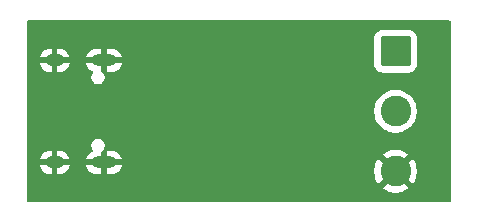
<source format=gbr>
%TF.GenerationSoftware,KiCad,Pcbnew,9.0.6*%
%TF.CreationDate,2025-11-24T21:34:53-08:00*%
%TF.ProjectId,rs485_adapter,72733438-355f-4616-9461-707465722e6b,A*%
%TF.SameCoordinates,Original*%
%TF.FileFunction,Copper,L2,Bot*%
%TF.FilePolarity,Positive*%
%FSLAX46Y46*%
G04 Gerber Fmt 4.6, Leading zero omitted, Abs format (unit mm)*
G04 Created by KiCad (PCBNEW 9.0.6) date 2025-11-24 21:34:53*
%MOMM*%
%LPD*%
G01*
G04 APERTURE LIST*
G04 Aperture macros list*
%AMRoundRect*
0 Rectangle with rounded corners*
0 $1 Rounding radius*
0 $2 $3 $4 $5 $6 $7 $8 $9 X,Y pos of 4 corners*
0 Add a 4 corners polygon primitive as box body*
4,1,4,$2,$3,$4,$5,$6,$7,$8,$9,$2,$3,0*
0 Add four circle primitives for the rounded corners*
1,1,$1+$1,$2,$3*
1,1,$1+$1,$4,$5*
1,1,$1+$1,$6,$7*
1,1,$1+$1,$8,$9*
0 Add four rect primitives between the rounded corners*
20,1,$1+$1,$2,$3,$4,$5,0*
20,1,$1+$1,$4,$5,$6,$7,0*
20,1,$1+$1,$6,$7,$8,$9,0*
20,1,$1+$1,$8,$9,$2,$3,0*%
G04 Aperture macros list end*
%TA.AperFunction,HeatsinkPad*%
%ADD10O,2.100000X1.000000*%
%TD*%
%TA.AperFunction,HeatsinkPad*%
%ADD11O,1.600000X1.000000*%
%TD*%
%TA.AperFunction,ComponentPad*%
%ADD12C,2.600000*%
%TD*%
%TA.AperFunction,ComponentPad*%
%ADD13RoundRect,0.250000X-1.050000X1.050000X-1.050000X-1.050000X1.050000X-1.050000X1.050000X1.050000X0*%
%TD*%
G04 APERTURE END LIST*
D10*
%TO.P,J1,S1,SHIELD*%
%TO.N,GND*%
X147885000Y-97280000D03*
D11*
X143705000Y-97280000D03*
D10*
X147885000Y-105920000D03*
D11*
X143705000Y-105920000D03*
%TD*%
D12*
%TO.P,J2,3,Pin_3*%
%TO.N,GND*%
X172580000Y-106675000D03*
%TO.P,J2,2,Pin_2*%
%TO.N,Net-(J2-Pin_2)*%
X172580000Y-101595000D03*
D13*
%TO.P,J2,1,Pin_1*%
%TO.N,Net-(J2-Pin_1)*%
X172580000Y-96515000D03*
%TD*%
%TA.AperFunction,Conductor*%
%TO.N,GND*%
G36*
X177192539Y-93920185D02*
G01*
X177238294Y-93972989D01*
X177249500Y-94024500D01*
X177249500Y-109175500D01*
X177229815Y-109242539D01*
X177177011Y-109288294D01*
X177125500Y-109299500D01*
X141474500Y-109299500D01*
X141407461Y-109279815D01*
X141361706Y-109227011D01*
X141350500Y-109175500D01*
X141350500Y-105670000D01*
X142435138Y-105670000D01*
X143238012Y-105670000D01*
X143220795Y-105679940D01*
X143164940Y-105735795D01*
X143125444Y-105804204D01*
X143105000Y-105880504D01*
X143105000Y-105959496D01*
X143125444Y-106035796D01*
X143164940Y-106104205D01*
X143220795Y-106160060D01*
X143238012Y-106170000D01*
X142435138Y-106170000D01*
X142443430Y-106211690D01*
X142443430Y-106211692D01*
X142518807Y-106393671D01*
X142518814Y-106393684D01*
X142628248Y-106557462D01*
X142628251Y-106557466D01*
X142767533Y-106696748D01*
X142767537Y-106696751D01*
X142931315Y-106806185D01*
X142931328Y-106806192D01*
X143113306Y-106881569D01*
X143113318Y-106881572D01*
X143306504Y-106919999D01*
X143306508Y-106920000D01*
X143455000Y-106920000D01*
X143455000Y-106220000D01*
X143955000Y-106220000D01*
X143955000Y-106920000D01*
X144103492Y-106920000D01*
X144103495Y-106919999D01*
X144296681Y-106881572D01*
X144296693Y-106881569D01*
X144478671Y-106806192D01*
X144478684Y-106806185D01*
X144642462Y-106696751D01*
X144642466Y-106696748D01*
X144781748Y-106557466D01*
X144781751Y-106557462D01*
X144891185Y-106393684D01*
X144891192Y-106393671D01*
X144966569Y-106211692D01*
X144966569Y-106211690D01*
X144974862Y-106170000D01*
X144171988Y-106170000D01*
X144189205Y-106160060D01*
X144245060Y-106104205D01*
X144284556Y-106035796D01*
X144305000Y-105959496D01*
X144305000Y-105880504D01*
X144284556Y-105804204D01*
X144245060Y-105735795D01*
X144189205Y-105679940D01*
X144171988Y-105670000D01*
X144974862Y-105670000D01*
X146365138Y-105670000D01*
X147168012Y-105670000D01*
X147150795Y-105679940D01*
X147094940Y-105735795D01*
X147055444Y-105804204D01*
X147035000Y-105880504D01*
X147035000Y-105959496D01*
X147055444Y-106035796D01*
X147094940Y-106104205D01*
X147150795Y-106160060D01*
X147168012Y-106170000D01*
X146365138Y-106170000D01*
X146373430Y-106211690D01*
X146373430Y-106211692D01*
X146448807Y-106393671D01*
X146448814Y-106393684D01*
X146558248Y-106557462D01*
X146558251Y-106557466D01*
X146697533Y-106696748D01*
X146697537Y-106696751D01*
X146861315Y-106806185D01*
X146861328Y-106806192D01*
X147043306Y-106881569D01*
X147043318Y-106881572D01*
X147236504Y-106919999D01*
X147236508Y-106920000D01*
X147635000Y-106920000D01*
X147635000Y-106220000D01*
X148135000Y-106220000D01*
X148135000Y-106920000D01*
X148533492Y-106920000D01*
X148533495Y-106919999D01*
X148726681Y-106881572D01*
X148726693Y-106881569D01*
X148908671Y-106806192D01*
X148908684Y-106806185D01*
X149072462Y-106696751D01*
X149072466Y-106696748D01*
X149211748Y-106557466D01*
X149211751Y-106557462D01*
X149212050Y-106557014D01*
X170780000Y-106557014D01*
X170780000Y-106792985D01*
X170810799Y-107026914D01*
X170871870Y-107254837D01*
X170962160Y-107472819D01*
X170962165Y-107472828D01*
X171080144Y-107677171D01*
X171080145Y-107677172D01*
X171142721Y-107758723D01*
X171978958Y-106922487D01*
X172003978Y-106982890D01*
X172075112Y-107089351D01*
X172165649Y-107179888D01*
X172272110Y-107251022D01*
X172332511Y-107276041D01*
X171496275Y-108112277D01*
X171577827Y-108174854D01*
X171577828Y-108174855D01*
X171782171Y-108292834D01*
X171782180Y-108292839D01*
X172000163Y-108383129D01*
X172000161Y-108383129D01*
X172228085Y-108444200D01*
X172462014Y-108474999D01*
X172462029Y-108475000D01*
X172697971Y-108475000D01*
X172697985Y-108474999D01*
X172931914Y-108444200D01*
X173159837Y-108383129D01*
X173377819Y-108292839D01*
X173377828Y-108292834D01*
X173582181Y-108174850D01*
X173663723Y-108112279D01*
X173663723Y-108112276D01*
X172827487Y-107276041D01*
X172887890Y-107251022D01*
X172994351Y-107179888D01*
X173084888Y-107089351D01*
X173156022Y-106982890D01*
X173181041Y-106922488D01*
X174017276Y-107758723D01*
X174017279Y-107758723D01*
X174079850Y-107677181D01*
X174197834Y-107472828D01*
X174197839Y-107472819D01*
X174288129Y-107254837D01*
X174349200Y-107026914D01*
X174379999Y-106792985D01*
X174380000Y-106792971D01*
X174380000Y-106557028D01*
X174379999Y-106557014D01*
X174349200Y-106323085D01*
X174288129Y-106095162D01*
X174197839Y-105877180D01*
X174197834Y-105877171D01*
X174079855Y-105672828D01*
X174079854Y-105672827D01*
X174017277Y-105591275D01*
X173181041Y-106427511D01*
X173156022Y-106367110D01*
X173084888Y-106260649D01*
X172994351Y-106170112D01*
X172887890Y-106098978D01*
X172827488Y-106073958D01*
X173663723Y-105237721D01*
X173582172Y-105175145D01*
X173582171Y-105175144D01*
X173377828Y-105057165D01*
X173377819Y-105057160D01*
X173159836Y-104966870D01*
X173159838Y-104966870D01*
X172931914Y-104905799D01*
X172697985Y-104875000D01*
X172462014Y-104875000D01*
X172228085Y-104905799D01*
X172000162Y-104966870D01*
X171782180Y-105057160D01*
X171782171Y-105057165D01*
X171577828Y-105175144D01*
X171577818Y-105175150D01*
X171496275Y-105237720D01*
X171496275Y-105237721D01*
X172332512Y-106073958D01*
X172272110Y-106098978D01*
X172165649Y-106170112D01*
X172075112Y-106260649D01*
X172003978Y-106367110D01*
X171978958Y-106427511D01*
X171142721Y-105591275D01*
X171142720Y-105591275D01*
X171080150Y-105672818D01*
X171080144Y-105672828D01*
X170962165Y-105877171D01*
X170962160Y-105877180D01*
X170871870Y-106095162D01*
X170810799Y-106323085D01*
X170780000Y-106557014D01*
X149212050Y-106557014D01*
X149260790Y-106484072D01*
X149321185Y-106393684D01*
X149321192Y-106393671D01*
X149396569Y-106211692D01*
X149396569Y-106211690D01*
X149404862Y-106170000D01*
X148601988Y-106170000D01*
X148619205Y-106160060D01*
X148675060Y-106104205D01*
X148714556Y-106035796D01*
X148735000Y-105959496D01*
X148735000Y-105880504D01*
X148714556Y-105804204D01*
X148675060Y-105735795D01*
X148619205Y-105679940D01*
X148601988Y-105670000D01*
X149404862Y-105670000D01*
X149396569Y-105628309D01*
X149396569Y-105628307D01*
X149321192Y-105446328D01*
X149321185Y-105446315D01*
X149259879Y-105354565D01*
X149211751Y-105282537D01*
X149211748Y-105282533D01*
X149072466Y-105143251D01*
X149072462Y-105143248D01*
X148908684Y-105033814D01*
X148908671Y-105033807D01*
X148726693Y-104958430D01*
X148726681Y-104958427D01*
X148533495Y-104920000D01*
X148135000Y-104920000D01*
X148135000Y-105620000D01*
X147635000Y-105620000D01*
X147635000Y-105081784D01*
X147654685Y-105014745D01*
X147697000Y-104974397D01*
X147738365Y-104950515D01*
X147845515Y-104843365D01*
X147846372Y-104841879D01*
X147866721Y-104806637D01*
X147921279Y-104712138D01*
X147921281Y-104712135D01*
X147960500Y-104565766D01*
X147960500Y-104414234D01*
X147921281Y-104267865D01*
X147845515Y-104136635D01*
X147738365Y-104029485D01*
X147672750Y-103991602D01*
X147607136Y-103953719D01*
X147533950Y-103934109D01*
X147460766Y-103914500D01*
X147309234Y-103914500D01*
X147162863Y-103953719D01*
X147031635Y-104029485D01*
X147031632Y-104029487D01*
X146924487Y-104136632D01*
X146924485Y-104136635D01*
X146848719Y-104267863D01*
X146809500Y-104414234D01*
X146809500Y-104565765D01*
X146848719Y-104712136D01*
X146888153Y-104780437D01*
X146924485Y-104843365D01*
X146924486Y-104843366D01*
X146928549Y-104850403D01*
X146926346Y-104851674D01*
X146946959Y-104904983D01*
X146932923Y-104973428D01*
X146884112Y-105023420D01*
X146870845Y-105029866D01*
X146861324Y-105033809D01*
X146861315Y-105033814D01*
X146697537Y-105143248D01*
X146697533Y-105143251D01*
X146558251Y-105282533D01*
X146558248Y-105282537D01*
X146448814Y-105446315D01*
X146448807Y-105446328D01*
X146373430Y-105628307D01*
X146373430Y-105628309D01*
X146365138Y-105670000D01*
X144974862Y-105670000D01*
X144966569Y-105628309D01*
X144966569Y-105628307D01*
X144891192Y-105446328D01*
X144891185Y-105446315D01*
X144781751Y-105282537D01*
X144781748Y-105282533D01*
X144642466Y-105143251D01*
X144642462Y-105143248D01*
X144478684Y-105033814D01*
X144478671Y-105033807D01*
X144296693Y-104958430D01*
X144296681Y-104958427D01*
X144103495Y-104920000D01*
X143955000Y-104920000D01*
X143955000Y-105620000D01*
X143455000Y-105620000D01*
X143455000Y-104920000D01*
X143306504Y-104920000D01*
X143113318Y-104958427D01*
X143113306Y-104958430D01*
X142931328Y-105033807D01*
X142931315Y-105033814D01*
X142767537Y-105143248D01*
X142767533Y-105143251D01*
X142628251Y-105282533D01*
X142628248Y-105282537D01*
X142518814Y-105446315D01*
X142518807Y-105446328D01*
X142443430Y-105628307D01*
X142443430Y-105628309D01*
X142435138Y-105670000D01*
X141350500Y-105670000D01*
X141350500Y-101476995D01*
X170779500Y-101476995D01*
X170779500Y-101713004D01*
X170779501Y-101713020D01*
X170810306Y-101947010D01*
X170871394Y-102174993D01*
X170961714Y-102393045D01*
X170961719Y-102393056D01*
X171032677Y-102515957D01*
X171079727Y-102597450D01*
X171079729Y-102597453D01*
X171079730Y-102597454D01*
X171223406Y-102784697D01*
X171223412Y-102784704D01*
X171390295Y-102951587D01*
X171390301Y-102951592D01*
X171577550Y-103095273D01*
X171708918Y-103171118D01*
X171781943Y-103213280D01*
X171781948Y-103213282D01*
X171781951Y-103213284D01*
X172000007Y-103303606D01*
X172227986Y-103364693D01*
X172461989Y-103395500D01*
X172461996Y-103395500D01*
X172698004Y-103395500D01*
X172698011Y-103395500D01*
X172932014Y-103364693D01*
X173159993Y-103303606D01*
X173378049Y-103213284D01*
X173582450Y-103095273D01*
X173769699Y-102951592D01*
X173936592Y-102784699D01*
X174080273Y-102597450D01*
X174198284Y-102393049D01*
X174288606Y-102174993D01*
X174349693Y-101947014D01*
X174380500Y-101713011D01*
X174380500Y-101476989D01*
X174349693Y-101242986D01*
X174288606Y-101015007D01*
X174198284Y-100796951D01*
X174198282Y-100796948D01*
X174198280Y-100796943D01*
X174156118Y-100723918D01*
X174080273Y-100592550D01*
X173936592Y-100405301D01*
X173936587Y-100405295D01*
X173769704Y-100238412D01*
X173769697Y-100238406D01*
X173582454Y-100094730D01*
X173582453Y-100094729D01*
X173582450Y-100094727D01*
X173500957Y-100047677D01*
X173378056Y-99976719D01*
X173378045Y-99976714D01*
X173159993Y-99886394D01*
X172932010Y-99825306D01*
X172698020Y-99794501D01*
X172698017Y-99794500D01*
X172698011Y-99794500D01*
X172461989Y-99794500D01*
X172461983Y-99794500D01*
X172461979Y-99794501D01*
X172227989Y-99825306D01*
X172000006Y-99886394D01*
X171781954Y-99976714D01*
X171781943Y-99976719D01*
X171577545Y-100094730D01*
X171390302Y-100238406D01*
X171390295Y-100238412D01*
X171223412Y-100405295D01*
X171223406Y-100405302D01*
X171079730Y-100592545D01*
X170961719Y-100796943D01*
X170961714Y-100796954D01*
X170871394Y-101015006D01*
X170810306Y-101242989D01*
X170779501Y-101476979D01*
X170779500Y-101476995D01*
X141350500Y-101476995D01*
X141350500Y-97030000D01*
X142435138Y-97030000D01*
X143238012Y-97030000D01*
X143220795Y-97039940D01*
X143164940Y-97095795D01*
X143125444Y-97164204D01*
X143105000Y-97240504D01*
X143105000Y-97319496D01*
X143125444Y-97395796D01*
X143164940Y-97464205D01*
X143220795Y-97520060D01*
X143238012Y-97530000D01*
X142435138Y-97530000D01*
X142443430Y-97571690D01*
X142443430Y-97571692D01*
X142518807Y-97753671D01*
X142518814Y-97753684D01*
X142628248Y-97917462D01*
X142628251Y-97917466D01*
X142767533Y-98056748D01*
X142767537Y-98056751D01*
X142931315Y-98166185D01*
X142931328Y-98166192D01*
X143113306Y-98241569D01*
X143113318Y-98241572D01*
X143306504Y-98279999D01*
X143306508Y-98280000D01*
X143455000Y-98280000D01*
X143455000Y-97580000D01*
X143955000Y-97580000D01*
X143955000Y-98280000D01*
X144103492Y-98280000D01*
X144103495Y-98279999D01*
X144296681Y-98241572D01*
X144296693Y-98241569D01*
X144478671Y-98166192D01*
X144478684Y-98166185D01*
X144642462Y-98056751D01*
X144642466Y-98056748D01*
X144781748Y-97917466D01*
X144781751Y-97917462D01*
X144891185Y-97753684D01*
X144891192Y-97753671D01*
X144966569Y-97571692D01*
X144966569Y-97571690D01*
X144974862Y-97530000D01*
X144171988Y-97530000D01*
X144189205Y-97520060D01*
X144245060Y-97464205D01*
X144284556Y-97395796D01*
X144305000Y-97319496D01*
X144305000Y-97240504D01*
X144284556Y-97164204D01*
X144245060Y-97095795D01*
X144189205Y-97039940D01*
X144171988Y-97030000D01*
X144974862Y-97030000D01*
X146365138Y-97030000D01*
X147168012Y-97030000D01*
X147150795Y-97039940D01*
X147094940Y-97095795D01*
X147055444Y-97164204D01*
X147035000Y-97240504D01*
X147035000Y-97319496D01*
X147055444Y-97395796D01*
X147094940Y-97464205D01*
X147150795Y-97520060D01*
X147168012Y-97530000D01*
X146365138Y-97530000D01*
X146373430Y-97571690D01*
X146373430Y-97571692D01*
X146448807Y-97753671D01*
X146448814Y-97753684D01*
X146558248Y-97917462D01*
X146558251Y-97917466D01*
X146697533Y-98056748D01*
X146697537Y-98056751D01*
X146861315Y-98166185D01*
X146861328Y-98166192D01*
X146870838Y-98170131D01*
X146925243Y-98213970D01*
X146947310Y-98280264D01*
X146930033Y-98347963D01*
X146926350Y-98353405D01*
X146848719Y-98487863D01*
X146809500Y-98634234D01*
X146809500Y-98785765D01*
X146848719Y-98932136D01*
X146886602Y-98997750D01*
X146924485Y-99063365D01*
X147031635Y-99170515D01*
X147162865Y-99246281D01*
X147309234Y-99285500D01*
X147309236Y-99285500D01*
X147460764Y-99285500D01*
X147460766Y-99285500D01*
X147607135Y-99246281D01*
X147738365Y-99170515D01*
X147845515Y-99063365D01*
X147921281Y-98932135D01*
X147960500Y-98785766D01*
X147960500Y-98634234D01*
X147921281Y-98487865D01*
X147845515Y-98356635D01*
X147738365Y-98249485D01*
X147724654Y-98241569D01*
X147696998Y-98225601D01*
X147648784Y-98175033D01*
X147635000Y-98118215D01*
X147635000Y-97580000D01*
X148135000Y-97580000D01*
X148135000Y-98280000D01*
X148533492Y-98280000D01*
X148533495Y-98279999D01*
X148726681Y-98241572D01*
X148726693Y-98241569D01*
X148908671Y-98166192D01*
X148908684Y-98166185D01*
X149072462Y-98056751D01*
X149072466Y-98056748D01*
X149211748Y-97917466D01*
X149211751Y-97917462D01*
X149321185Y-97753684D01*
X149321192Y-97753671D01*
X149396569Y-97571692D01*
X149396569Y-97571690D01*
X149404862Y-97530000D01*
X148601988Y-97530000D01*
X148619205Y-97520060D01*
X148675060Y-97464205D01*
X148714556Y-97395796D01*
X148735000Y-97319496D01*
X148735000Y-97240504D01*
X148714556Y-97164204D01*
X148675060Y-97095795D01*
X148619205Y-97039940D01*
X148601988Y-97030000D01*
X149404862Y-97030000D01*
X149396569Y-96988309D01*
X149396569Y-96988307D01*
X149321192Y-96806328D01*
X149321185Y-96806315D01*
X149211751Y-96642537D01*
X149211748Y-96642533D01*
X149072466Y-96503251D01*
X149072462Y-96503248D01*
X148908684Y-96393814D01*
X148908671Y-96393807D01*
X148726693Y-96318430D01*
X148726681Y-96318427D01*
X148533495Y-96280000D01*
X148135000Y-96280000D01*
X148135000Y-96980000D01*
X147635000Y-96980000D01*
X147635000Y-96280000D01*
X147236504Y-96280000D01*
X147043318Y-96318427D01*
X147043306Y-96318430D01*
X146861328Y-96393807D01*
X146861315Y-96393814D01*
X146697537Y-96503248D01*
X146697533Y-96503251D01*
X146558251Y-96642533D01*
X146558248Y-96642537D01*
X146448814Y-96806315D01*
X146448807Y-96806328D01*
X146373430Y-96988307D01*
X146373430Y-96988309D01*
X146365138Y-97030000D01*
X144974862Y-97030000D01*
X144966569Y-96988309D01*
X144966569Y-96988307D01*
X144891192Y-96806328D01*
X144891185Y-96806315D01*
X144781751Y-96642537D01*
X144781748Y-96642533D01*
X144642466Y-96503251D01*
X144642462Y-96503248D01*
X144478684Y-96393814D01*
X144478671Y-96393807D01*
X144296693Y-96318430D01*
X144296681Y-96318427D01*
X144103495Y-96280000D01*
X143955000Y-96280000D01*
X143955000Y-96980000D01*
X143455000Y-96980000D01*
X143455000Y-96280000D01*
X143306504Y-96280000D01*
X143113318Y-96318427D01*
X143113306Y-96318430D01*
X142931328Y-96393807D01*
X142931315Y-96393814D01*
X142767537Y-96503248D01*
X142767533Y-96503251D01*
X142628251Y-96642533D01*
X142628248Y-96642537D01*
X142518814Y-96806315D01*
X142518807Y-96806328D01*
X142443430Y-96988307D01*
X142443430Y-96988309D01*
X142435138Y-97030000D01*
X141350500Y-97030000D01*
X141350500Y-95414983D01*
X170779500Y-95414983D01*
X170779500Y-97615001D01*
X170779501Y-97615018D01*
X170790000Y-97717796D01*
X170790001Y-97717799D01*
X170845185Y-97884331D01*
X170845186Y-97884334D01*
X170937288Y-98033656D01*
X171061344Y-98157712D01*
X171210666Y-98249814D01*
X171377203Y-98304999D01*
X171479991Y-98315500D01*
X173680008Y-98315499D01*
X173782797Y-98304999D01*
X173949334Y-98249814D01*
X174098656Y-98157712D01*
X174222712Y-98033656D01*
X174314814Y-97884334D01*
X174369999Y-97717797D01*
X174380500Y-97615009D01*
X174380499Y-95414992D01*
X174369999Y-95312203D01*
X174314814Y-95145666D01*
X174222712Y-94996344D01*
X174098656Y-94872288D01*
X173949334Y-94780186D01*
X173782797Y-94725001D01*
X173782795Y-94725000D01*
X173680010Y-94714500D01*
X171479998Y-94714500D01*
X171479981Y-94714501D01*
X171377203Y-94725000D01*
X171377200Y-94725001D01*
X171210668Y-94780185D01*
X171210663Y-94780187D01*
X171061342Y-94872289D01*
X170937289Y-94996342D01*
X170845187Y-95145663D01*
X170845186Y-95145666D01*
X170790001Y-95312203D01*
X170790001Y-95312204D01*
X170790000Y-95312204D01*
X170779500Y-95414983D01*
X141350500Y-95414983D01*
X141350500Y-94024500D01*
X141370185Y-93957461D01*
X141422989Y-93911706D01*
X141474500Y-93900500D01*
X177125500Y-93900500D01*
X177192539Y-93920185D01*
G37*
%TD.AperFunction*%
%TD*%
M02*

</source>
